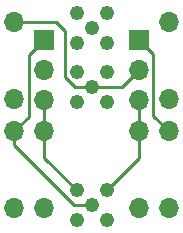
<source format=gbr>
%TF.GenerationSoftware,KiCad,Pcbnew,8.0.9-1.fc41*%
%TF.CreationDate,2025-03-19T11:39:36+02:00*%
%TF.ProjectId,Onsemi-3mm-TH-Con,4f6e7365-6d69-42d3-936d-6d2d54482d43,rev?*%
%TF.SameCoordinates,Original*%
%TF.FileFunction,Copper,L2,Bot*%
%TF.FilePolarity,Positive*%
%FSLAX46Y46*%
G04 Gerber Fmt 4.6, Leading zero omitted, Abs format (unit mm)*
G04 Created by KiCad (PCBNEW 8.0.9-1.fc41) date 2025-03-19 11:39:36*
%MOMM*%
%LPD*%
G01*
G04 APERTURE LIST*
%TA.AperFunction,ComponentPad*%
%ADD10C,1.240000*%
%TD*%
%TA.AperFunction,ComponentPad*%
%ADD11O,1.700000X1.700000*%
%TD*%
%TA.AperFunction,ComponentPad*%
%ADD12R,1.700000X1.700000*%
%TD*%
%TA.AperFunction,Conductor*%
%ADD13C,0.250000*%
%TD*%
G04 APERTURE END LIST*
D10*
%TO.P,J-PWR-2,1,Pin_1*%
%TO.N,HV+*%
X150000000Y-105000000D03*
%TO.P,J-PWR-2,2,Pin_2*%
%TO.N,GND*%
X148730000Y-103730000D03*
X148730000Y-106270000D03*
X151270000Y-103730000D03*
X151270000Y-106270000D03*
%TD*%
D11*
%TO.P,R3,1,+*%
%TO.N,Net-(C3-+)*%
X156540000Y-96030000D03*
%TO.P,R3,2,-*%
%TO.N,GND*%
X156540000Y-89490000D03*
%TD*%
D12*
%TO.P,J-SIG1,1,Pin_1*%
%TO.N,SIG*%
X154000000Y-91000000D03*
D11*
%TO.P,J-SIG1,2,Pin_2*%
%TO.N,F-OUT*%
X154000000Y-93540000D03*
%TO.P,J-SIG1,3,Pin_3*%
%TO.N,GND*%
X154000000Y-96080000D03*
%TD*%
%TO.P,C1,1,+*%
%TO.N,Net-(C1-+)*%
X146000000Y-105270000D03*
%TO.P,C1,2,-*%
%TO.N,GND*%
X146000000Y-98730000D03*
%TD*%
%TO.P,R1,1,+*%
%TO.N,HV+*%
X143460000Y-98730000D03*
%TO.P,R1,2,-*%
%TO.N,Net-(C1-+)*%
X143460000Y-105270000D03*
%TD*%
D10*
%TO.P,J-SIG-1,1,Pin_1*%
%TO.N,F-OUT*%
X150000000Y-95000000D03*
%TO.P,J-SIG-1,2,Pin_2*%
%TO.N,GND*%
X148730000Y-93730000D03*
X148730000Y-96270000D03*
X151270000Y-93730000D03*
X151270000Y-96270000D03*
%TD*%
D12*
%TO.P,J-PWR1,1,Pin_1*%
%TO.N,HV+*%
X146000000Y-91000000D03*
D11*
%TO.P,J-PWR1,2,Pin_2*%
%TO.N,unconnected-(J-PWR1-Pin_2-Pad2)*%
X146000000Y-93540000D03*
%TO.P,J-PWR1,3,Pin_3*%
%TO.N,GND*%
X146000000Y-96080000D03*
%TD*%
%TO.P,R2,1,+*%
%TO.N,Net-(C2-+)*%
X154000000Y-105270000D03*
%TO.P,R2,2,-*%
%TO.N,GND*%
X154000000Y-98730000D03*
%TD*%
D10*
%TO.P,J-SIG-2,1,Pin_1*%
%TO.N,SIG*%
X150000000Y-90000000D03*
%TO.P,J-SIG-2,2,Pin_2*%
%TO.N,GND*%
X148730000Y-88730000D03*
X148730000Y-91270000D03*
X151270000Y-88730000D03*
X151270000Y-91270000D03*
%TD*%
D11*
%TO.P,C3,1,+*%
%TO.N,Net-(C3-+)*%
X143460000Y-96030000D03*
%TO.P,C3,2,-*%
%TO.N,F-OUT*%
X143460000Y-89490000D03*
%TD*%
%TO.P,C2,1,+*%
%TO.N,Net-(C2-+)*%
X156540000Y-105270000D03*
%TO.P,C2,2,-*%
%TO.N,SIG*%
X156540000Y-98730000D03*
%TD*%
D13*
%TO.N,GND*%
X146000000Y-98730000D02*
X146000000Y-101000000D01*
X154000000Y-101000000D02*
X154000000Y-98730000D01*
X146000000Y-101000000D02*
X148730000Y-103730000D01*
X151270000Y-103730000D02*
X154000000Y-101000000D01*
X154000000Y-98730000D02*
X154000000Y-96080000D01*
X146000000Y-98730000D02*
X146000000Y-96080000D01*
%TO.N,SIG*%
X155225000Y-97415000D02*
X155225000Y-92225000D01*
X156540000Y-98730000D02*
X155225000Y-97415000D01*
X155225000Y-92225000D02*
X154000000Y-91000000D01*
%TO.N,HV+*%
X148527919Y-105000000D02*
X150000000Y-105000000D01*
X144685000Y-92315000D02*
X146000000Y-91000000D01*
X144685000Y-97505000D02*
X144685000Y-92315000D01*
X143460000Y-98730000D02*
X143460000Y-99932081D01*
X143460000Y-99932081D02*
X148527919Y-105000000D01*
X143460000Y-98730000D02*
X144685000Y-97505000D01*
%TO.N,F-OUT*%
X147735000Y-90285000D02*
X147735000Y-94142143D01*
X146940000Y-89490000D02*
X147735000Y-90285000D01*
X150000000Y-95000000D02*
X152540000Y-95000000D01*
X152540000Y-95000000D02*
X154000000Y-93540000D01*
X143460000Y-89490000D02*
X146940000Y-89490000D01*
X148592857Y-95000000D02*
X150000000Y-95000000D01*
X147735000Y-94142143D02*
X148592857Y-95000000D01*
%TD*%
M02*

</source>
